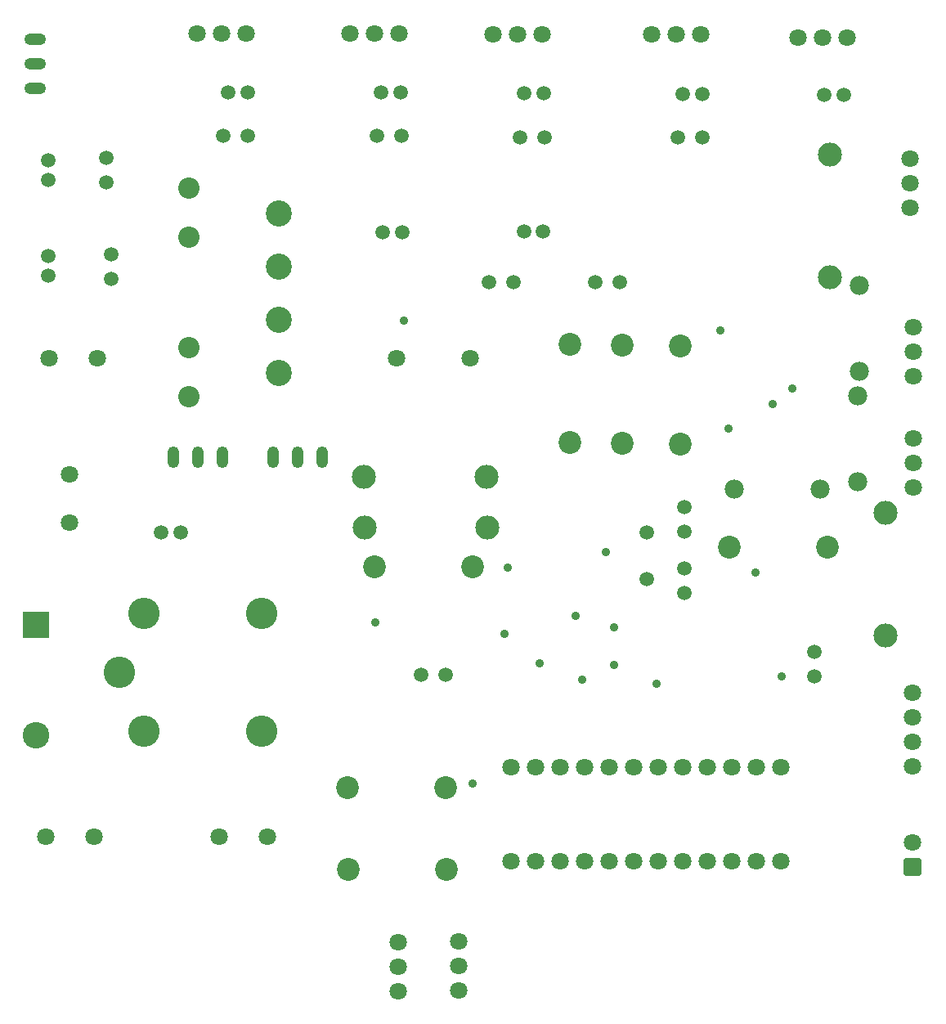
<source format=gbs>
G04*
G04 #@! TF.GenerationSoftware,Altium Limited,Altium Designer,23.7.1 (13)*
G04*
G04 Layer_Color=16711935*
%FSTAX44Y44*%
%MOMM*%
G71*
G04*
G04 #@! TF.SameCoordinates,65A94E3A-F732-46F6-9CE8-1871680BC999*
G04*
G04*
G04 #@! TF.FilePolarity,Negative*
G04*
G01*
G75*
%ADD34C,1.8000*%
%ADD35C,1.5032*%
%ADD36C,2.3622*%
%ADD37C,1.5000*%
%ADD38C,1.9812*%
%ADD39C,2.4892*%
%ADD40O,1.2160X2.2320*%
%ADD41C,2.7000*%
%ADD42C,2.7432*%
%ADD43R,2.7432X2.7432*%
%ADD44C,2.2032*%
G04:AMPARAMS|DCode=45|XSize=1.8mm|YSize=1.8mm|CornerRadius=0.18mm|HoleSize=0mm|Usage=FLASHONLY|Rotation=90.000|XOffset=0mm|YOffset=0mm|HoleType=Round|Shape=RoundedRectangle|*
%AMROUNDEDRECTD45*
21,1,1.8000,1.4400,0,0,90.0*
21,1,1.4400,1.8000,0,0,90.0*
1,1,0.3600,0.7200,0.7200*
1,1,0.3600,0.7200,-0.7200*
1,1,0.3600,-0.7200,-0.7200*
1,1,0.3600,-0.7200,0.7200*
%
%ADD45ROUNDEDRECTD45*%
%ADD46O,2.2320X1.2160*%
%ADD47C,1.8032*%
%ADD48C,3.2512*%
%ADD49C,0.9032*%
D34*
X014382Y004765D02*
D03*
X013874D02*
D03*
X013366D02*
D03*
X012858D02*
D03*
X011842D02*
D03*
X012096D02*
D03*
X01235D02*
D03*
X012604D02*
D03*
X013112D02*
D03*
X01362D02*
D03*
X014128D02*
D03*
X014636D02*
D03*
X0121658Y0123551D02*
D03*
X015995Y005538D02*
D03*
X01068215Y0123651D02*
D03*
X0153185Y012323D02*
D03*
X01597Y010814D02*
D03*
Y01056D02*
D03*
X01601Y008811D02*
D03*
Y007661D02*
D03*
X01380647Y0123501D02*
D03*
X0116578Y0123551D02*
D03*
X01597Y011068D02*
D03*
X015995Y004776D02*
D03*
X014636Y003795D02*
D03*
X0113Y00271D02*
D03*
X010675Y002705D02*
D03*
X015995Y00503D02*
D03*
Y005284D02*
D03*
Y003984D02*
D03*
X014128Y003795D02*
D03*
X01362D02*
D03*
X013112D02*
D03*
X012604D02*
D03*
X01235D02*
D03*
X012096D02*
D03*
X011842D02*
D03*
X012858D02*
D03*
X013366D02*
D03*
X013874D02*
D03*
X014382D02*
D03*
X01601Y007915D02*
D03*
Y008169D02*
D03*
Y009065D02*
D03*
Y009319D02*
D03*
X00752Y00405D02*
D03*
X00702D02*
D03*
X00727Y0073D02*
D03*
Y0078D02*
D03*
X00932Y00405D02*
D03*
X00882D02*
D03*
X0113Y002964D02*
D03*
Y002456D02*
D03*
X010675Y002451D02*
D03*
Y002959D02*
D03*
X0150645Y012323D02*
D03*
X0148105D02*
D03*
X00909783Y0123651D02*
D03*
X00884383D02*
D03*
X00858983D02*
D03*
X01042815D02*
D03*
X01017415D02*
D03*
X01355247Y0123501D02*
D03*
X01329848D02*
D03*
X0119118Y0123551D02*
D03*
X011415Y009D02*
D03*
X010655D02*
D03*
D35*
X012965Y009785D02*
D03*
X012185Y01129D02*
D03*
X012175Y010315D02*
D03*
X011865Y009785D02*
D03*
X010708Y0113D02*
D03*
X01382Y011285D02*
D03*
X014985Y005959D02*
D03*
X013635Y007208D02*
D03*
X012711Y009785D02*
D03*
X011975Y010315D02*
D03*
X011611Y009785D02*
D03*
X013635Y006827D02*
D03*
Y007462D02*
D03*
Y006573D02*
D03*
X014985Y005705D02*
D03*
X00765Y010823D02*
D03*
Y011077D02*
D03*
X00886Y0113D02*
D03*
X009114D02*
D03*
X010454D02*
D03*
X0077Y00982099D02*
D03*
Y01007499D02*
D03*
X013566Y011285D02*
D03*
X011931Y01129D02*
D03*
D36*
X01299Y009136D02*
D03*
X013595Y009126D02*
D03*
X01245Y009141D02*
D03*
X010424Y00684D02*
D03*
X014105Y007045D02*
D03*
X01117Y003705D02*
D03*
X015121Y007045D02*
D03*
X010154Y003705D02*
D03*
X013595Y00811D02*
D03*
X01245Y008125D02*
D03*
X01299Y00812D02*
D03*
X01144Y00684D02*
D03*
X010144Y004555D02*
D03*
X01116D02*
D03*
D37*
X0121808Y01174D02*
D03*
X01069715Y01175D02*
D03*
X010715Y010305D02*
D03*
X015285Y01173D02*
D03*
X01382148Y011735D02*
D03*
X010515Y010305D02*
D03*
X00822Y0072D02*
D03*
X00842D02*
D03*
X00705Y01105D02*
D03*
Y01085D02*
D03*
X00911282Y01175D02*
D03*
X00891282D02*
D03*
X01049715D02*
D03*
X00705Y0100576D02*
D03*
Y0098576D02*
D03*
X01362148Y011735D02*
D03*
X0119808Y01174D02*
D03*
X010906Y00572D02*
D03*
X01116D02*
D03*
X01325Y007199D02*
D03*
Y006711D02*
D03*
X015085Y01173D02*
D03*
D38*
X014156Y00765D02*
D03*
X015045D02*
D03*
X015435Y008614D02*
D03*
Y007725D02*
D03*
X015445Y009755D02*
D03*
Y008866D02*
D03*
D39*
X015715Y00613D02*
D03*
X015145Y011105D02*
D03*
Y009835D02*
D03*
X010315Y00777D02*
D03*
X011585D02*
D03*
X011595Y00725D02*
D03*
X010325D02*
D03*
X015715Y0074D02*
D03*
D40*
X008854Y00798D02*
D03*
X009889Y007975D02*
D03*
X0086Y00798D02*
D03*
X008346D02*
D03*
X009635Y007975D02*
D03*
X009381D02*
D03*
D41*
X00944Y008845D02*
D03*
Y009395D02*
D03*
Y009945D02*
D03*
Y010495D02*
D03*
D42*
X00692Y0051D02*
D03*
D43*
Y006243D02*
D03*
D44*
X0085025Y010761D02*
D03*
Y008602D02*
D03*
Y00911D02*
D03*
Y010253D02*
D03*
D45*
X015995Y00373D02*
D03*
D46*
X0069143Y0123047D02*
D03*
Y0120507D02*
D03*
Y0117967D02*
D03*
D47*
X007055Y009D02*
D03*
X007555D02*
D03*
D48*
X0080374Y0051404D02*
D03*
X0092566Y0063596D02*
D03*
X0077834Y00575D02*
D03*
X0092566Y0051404D02*
D03*
X0080374Y0063596D02*
D03*
D49*
X014095Y008275D02*
D03*
X011805Y00683D02*
D03*
X010435Y006265D02*
D03*
X01455Y00853D02*
D03*
X01282Y006995D02*
D03*
X012905Y00621291D02*
D03*
Y005825D02*
D03*
X01214Y005845D02*
D03*
X014645Y005705D02*
D03*
X01072896Y00938784D02*
D03*
X014375Y0067827D02*
D03*
X01475Y00869105D02*
D03*
X0140045Y00928878D02*
D03*
X01251204Y0063373D02*
D03*
X011445Y00459541D02*
D03*
X01335Y00563D02*
D03*
X01258Y00567D02*
D03*
X0117725Y00615D02*
D03*
M02*

</source>
